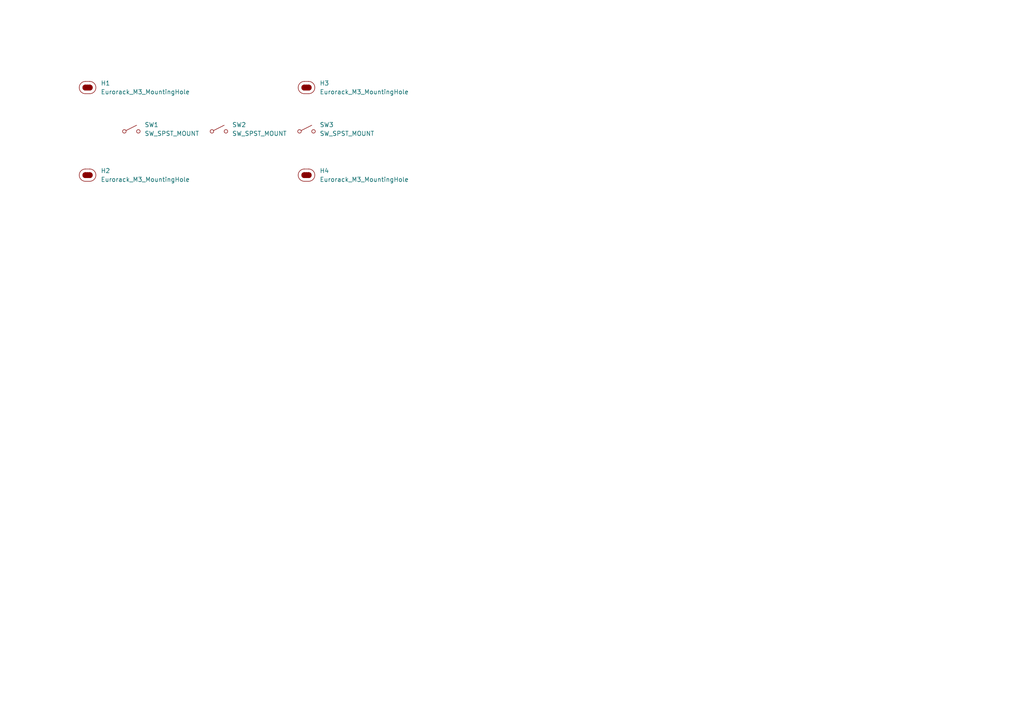
<source format=kicad_sch>
(kicad_sch (version 20250114) (generator "eeschema") (generator_version "9.0")
  (paper "A4")
  (lib_symbols
    (symbol "EXC:Eurorack_M3_MountingHole" (pin_names (offset 1.016))
      (property "Reference" "H" (at 0 5.08 0))
      (property "Value" "Eurorack_M3_MountingHole" (at 0 3.175 0))
      (symbol "Eurorack_M3_MountingHole_0_1"
        (polyline (pts (xy -0.635 0.762) (xy 0.635 0.762)))
        (circle (center -0.635 0) (radius 0.762) (fill (type outline)))
        (arc (start -0.635 -0.762) (mid -1.397 0) (end -0.635 0.762))
        (arc (start -0.635 -1.778) (mid -2.413 0) (end -0.635 1.778))
        (polyline (pts (xy -0.635 -0.762) (xy 0.635 -0.762)))
        (polyline (pts (xy -0.635 -1.778) (xy 0.635 -1.778)))
        (circle (center 0 0) (radius 0.762) (fill (type outline)))
        (polyline (pts (xy 0.635 1.778) (xy -0.635 1.778)))
        (arc (start 0.6141 1.778) (mid 2.4131 0) (end 0.6141 -1.778))
        (arc (start 0.6227 0.762) (mid 1.3971 0) (end 0.6227 -0.762))
        (circle (center 0.635 0) (radius 0.762) (fill (type outline)))
      )
    )
    (symbol "EXC:SW_SPST-Cherry_Panel_Mount" (pin_names (offset 0) (hide yes))
      (property "Reference" "SW" (at 0 3.175 0))
      (property "Value" "SW_SPST_MOUNT" (at 0 -2.032 0))
      (symbol "SW_SPST-Cherry_Panel_Mount_0_0"
        (circle (center -2.032 0) (radius 0.508))
        (polyline (pts (xy -1.524 0.254) (xy 1.524 1.778)))
        (circle (center 2.032 0) (radius 0.508))
      )
    )
  )
  (symbol (lib_id "EXC:SW_SPST-Cherry_Panel_Mount") (at 88.9 38.1 0) (unit 1)
    (property "Reference" "SW3" (at 92.71 36.1949 0) (effects (justify left)))
    (property "Value" "SW_SPST_MOUNT" (at 92.71 38.7349 0) (effects (justify left)))
    (property "Footprint" "EXC:SW_Cherry_MX_1.00u_Mount" (effects (hide yes)))
    (property "Datasheet" "https://hirosarts.com/blog/keycap-dimensions-guide-for-beginners/" (effects (hide yes)))
    (property "Description" "Single Pole Single Throw (SPST) panel-mount switch" (effects (hide yes)))
    (property "Source" "https://www.adafruit.com/product/4954" (effects (hide yes)))
  )
  (symbol (lib_id "EXC:Eurorack_M3_MountingHole") (at 88.9 25.4 0) (unit 1)
    (property "Reference" "H3" (at 92.71 24.1299 0) (effects (justify left)))
    (property "Value" "Eurorack_M3_MountingHole" (at 92.71 26.6699 0) (effects (justify left)))
    (property "Footprint" "EXC:MountingHole_3.2mm_M3" (effects (hide yes)))
    (property "Description" "Mounting Hole without connection" (effects (hide yes)))
  )
  (symbol (lib_id "EXC:SW_SPST-Cherry_Panel_Mount") (at 63.5 38.1 0) (unit 1)
    (property "Reference" "SW2" (at 67.31 36.1949 0) (effects (justify left)))
    (property "Value" "SW_SPST_MOUNT" (at 67.31 38.7349 0) (effects (justify left)))
    (property "Footprint" "EXC:SW_Cherry_MX_1.00u_Mount" (effects (hide yes)))
    (property "Datasheet" "https://hirosarts.com/blog/keycap-dimensions-guide-for-beginners/" (effects (hide yes)))
    (property "Description" "Single Pole Single Throw (SPST) panel-mount switch" (effects (hide yes)))
    (property "Source" "https://www.adafruit.com/product/4954" (effects (hide yes)))
  )
  (symbol (lib_id "EXC:SW_SPST-Cherry_Panel_Mount") (at 38.1 38.1 0) (unit 1)
    (property "Reference" "SW1" (at 41.91 36.1949 0) (effects (justify left)))
    (property "Value" "SW_SPST_MOUNT" (at 41.91 38.7349 0) (effects (justify left)))
    (property "Footprint" "EXC:SW_Cherry_MX_1.00u_Mount" (effects (hide yes)))
    (property "Datasheet" "https://hirosarts.com/blog/keycap-dimensions-guide-for-beginners/" (effects (hide yes)))
    (property "Description" "Single Pole Single Throw (SPST) panel-mount switch" (effects (hide yes)))
    (property "Source" "https://www.adafruit.com/product/4954" (effects (hide yes)))
  )
  (symbol (lib_id "EXC:Eurorack_M3_MountingHole") (at 25.4 50.8 0) (unit 1)
    (property "Reference" "H2" (at 29.21 49.5299 0) (effects (justify left)))
    (property "Value" "Eurorack_M3_MountingHole" (at 29.21 52.0699 0) (effects (justify left)))
    (property "Footprint" "EXC:MountingHole_3.2mm_M3" (effects (hide yes)))
    (property "Description" "Mounting Hole without connection" (effects (hide yes)))
  )
  (symbol (lib_id "EXC:Eurorack_M3_MountingHole") (at 88.9 50.8 0) (unit 1)
    (property "Reference" "H4" (at 92.71 49.5299 0) (effects (justify left)))
    (property "Value" "Eurorack_M3_MountingHole" (at 92.71 52.0699 0) (effects (justify left)))
    (property "Footprint" "EXC:MountingHole_3.2mm_M3" (effects (hide yes)))
    (property "Description" "Mounting Hole without connection" (effects (hide yes)))
  )
  (symbol (lib_id "EXC:Eurorack_M3_MountingHole") (at 25.4 25.4 0) (unit 1)
    (property "Reference" "H1" (at 29.21 24.1299 0) (effects (justify left)))
    (property "Value" "Eurorack_M3_MountingHole" (at 29.21 26.6699 0) (effects (justify left)))
    (property "Footprint" "EXC:MountingHole_3.2mm_M3" (effects (hide yes)))
    (property "Description" "Mounting Hole without connection" (effects (hide yes)))
  )
)
</source>
